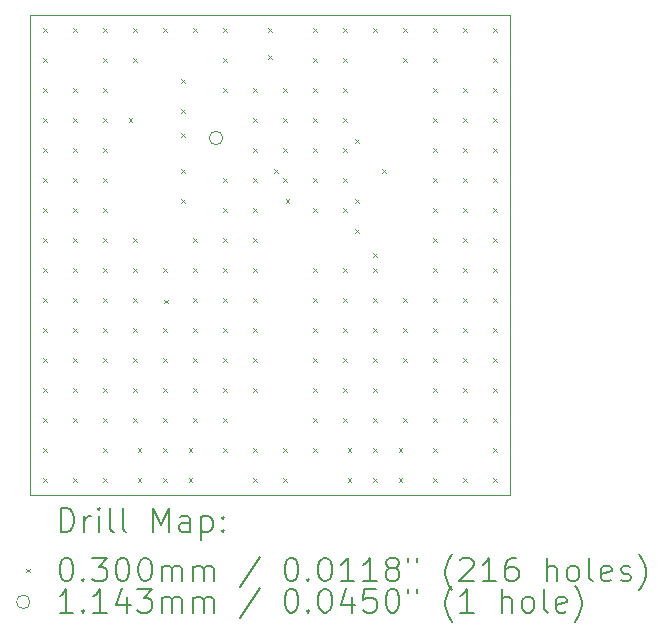
<source format=gbr>
%TF.GenerationSoftware,KiCad,Pcbnew,7.0.11-2.fc39*%
%TF.CreationDate,2024-03-24T03:41:57+08:00*%
%TF.ProjectId,ikoka-nano-meshtastic-device,696b6f6b-612d-46e6-916e-6f2d6d657368,1.1*%
%TF.SameCoordinates,Original*%
%TF.FileFunction,Drillmap*%
%TF.FilePolarity,Positive*%
%FSLAX45Y45*%
G04 Gerber Fmt 4.5, Leading zero omitted, Abs format (unit mm)*
G04 Created by KiCad (PCBNEW 7.0.11-2.fc39) date 2024-03-24 03:41:57*
%MOMM*%
%LPD*%
G01*
G04 APERTURE LIST*
%ADD10C,0.001000*%
%ADD11C,0.200000*%
%ADD12C,0.100000*%
%ADD13C,0.114300*%
G04 APERTURE END LIST*
D10*
X13208000Y-8128000D02*
X17272000Y-8128000D01*
X17272000Y-12192000D01*
X13208000Y-12192000D01*
X13208000Y-8128000D01*
D11*
D12*
X13320000Y-8240000D02*
X13350000Y-8270000D01*
X13350000Y-8240000D02*
X13320000Y-8270000D01*
X13320000Y-8494000D02*
X13350000Y-8524000D01*
X13350000Y-8494000D02*
X13320000Y-8524000D01*
X13320000Y-8748000D02*
X13350000Y-8778000D01*
X13350000Y-8748000D02*
X13320000Y-8778000D01*
X13320000Y-9002000D02*
X13350000Y-9032000D01*
X13350000Y-9002000D02*
X13320000Y-9032000D01*
X13320000Y-9256000D02*
X13350000Y-9286000D01*
X13350000Y-9256000D02*
X13320000Y-9286000D01*
X13320000Y-9510000D02*
X13350000Y-9540000D01*
X13350000Y-9510000D02*
X13320000Y-9540000D01*
X13320000Y-9764000D02*
X13350000Y-9794000D01*
X13350000Y-9764000D02*
X13320000Y-9794000D01*
X13320000Y-10018000D02*
X13350000Y-10048000D01*
X13350000Y-10018000D02*
X13320000Y-10048000D01*
X13320000Y-10272000D02*
X13350000Y-10302000D01*
X13350000Y-10272000D02*
X13320000Y-10302000D01*
X13320000Y-10526000D02*
X13350000Y-10556000D01*
X13350000Y-10526000D02*
X13320000Y-10556000D01*
X13320000Y-10780000D02*
X13350000Y-10810000D01*
X13350000Y-10780000D02*
X13320000Y-10810000D01*
X13320000Y-11034000D02*
X13350000Y-11064000D01*
X13350000Y-11034000D02*
X13320000Y-11064000D01*
X13320000Y-11288000D02*
X13350000Y-11318000D01*
X13350000Y-11288000D02*
X13320000Y-11318000D01*
X13320000Y-11542000D02*
X13350000Y-11572000D01*
X13350000Y-11542000D02*
X13320000Y-11572000D01*
X13320000Y-11796000D02*
X13350000Y-11826000D01*
X13350000Y-11796000D02*
X13320000Y-11826000D01*
X13320000Y-12050000D02*
X13350000Y-12080000D01*
X13350000Y-12050000D02*
X13320000Y-12080000D01*
X13574000Y-8240000D02*
X13604000Y-8270000D01*
X13604000Y-8240000D02*
X13574000Y-8270000D01*
X13574000Y-8748000D02*
X13604000Y-8778000D01*
X13604000Y-8748000D02*
X13574000Y-8778000D01*
X13574000Y-9002000D02*
X13604000Y-9032000D01*
X13604000Y-9002000D02*
X13574000Y-9032000D01*
X13574000Y-9256000D02*
X13604000Y-9286000D01*
X13604000Y-9256000D02*
X13574000Y-9286000D01*
X13574000Y-9510000D02*
X13604000Y-9540000D01*
X13604000Y-9510000D02*
X13574000Y-9540000D01*
X13574000Y-9764000D02*
X13604000Y-9794000D01*
X13604000Y-9764000D02*
X13574000Y-9794000D01*
X13574000Y-10018000D02*
X13604000Y-10048000D01*
X13604000Y-10018000D02*
X13574000Y-10048000D01*
X13574000Y-10272000D02*
X13604000Y-10302000D01*
X13604000Y-10272000D02*
X13574000Y-10302000D01*
X13574000Y-10526000D02*
X13604000Y-10556000D01*
X13604000Y-10526000D02*
X13574000Y-10556000D01*
X13574000Y-10780000D02*
X13604000Y-10810000D01*
X13604000Y-10780000D02*
X13574000Y-10810000D01*
X13574000Y-11034000D02*
X13604000Y-11064000D01*
X13604000Y-11034000D02*
X13574000Y-11064000D01*
X13574000Y-11288000D02*
X13604000Y-11318000D01*
X13604000Y-11288000D02*
X13574000Y-11318000D01*
X13574000Y-11542000D02*
X13604000Y-11572000D01*
X13604000Y-11542000D02*
X13574000Y-11572000D01*
X13574000Y-12050000D02*
X13604000Y-12080000D01*
X13604000Y-12050000D02*
X13574000Y-12080000D01*
X13828000Y-8240000D02*
X13858000Y-8270000D01*
X13858000Y-8240000D02*
X13828000Y-8270000D01*
X13828000Y-8494000D02*
X13858000Y-8524000D01*
X13858000Y-8494000D02*
X13828000Y-8524000D01*
X13828000Y-8748000D02*
X13858000Y-8778000D01*
X13858000Y-8748000D02*
X13828000Y-8778000D01*
X13828000Y-9002000D02*
X13858000Y-9032000D01*
X13858000Y-9002000D02*
X13828000Y-9032000D01*
X13828000Y-9256000D02*
X13858000Y-9286000D01*
X13858000Y-9256000D02*
X13828000Y-9286000D01*
X13828000Y-9510000D02*
X13858000Y-9540000D01*
X13858000Y-9510000D02*
X13828000Y-9540000D01*
X13828000Y-9764000D02*
X13858000Y-9794000D01*
X13858000Y-9764000D02*
X13828000Y-9794000D01*
X13828000Y-10018000D02*
X13858000Y-10048000D01*
X13858000Y-10018000D02*
X13828000Y-10048000D01*
X13828000Y-10272000D02*
X13858000Y-10302000D01*
X13858000Y-10272000D02*
X13828000Y-10302000D01*
X13828000Y-10526000D02*
X13858000Y-10556000D01*
X13858000Y-10526000D02*
X13828000Y-10556000D01*
X13828000Y-10780000D02*
X13858000Y-10810000D01*
X13858000Y-10780000D02*
X13828000Y-10810000D01*
X13828000Y-11034000D02*
X13858000Y-11064000D01*
X13858000Y-11034000D02*
X13828000Y-11064000D01*
X13828000Y-11288000D02*
X13858000Y-11318000D01*
X13858000Y-11288000D02*
X13828000Y-11318000D01*
X13828000Y-11542000D02*
X13858000Y-11572000D01*
X13858000Y-11542000D02*
X13828000Y-11572000D01*
X13828000Y-11796000D02*
X13858000Y-11826000D01*
X13858000Y-11796000D02*
X13828000Y-11826000D01*
X13828000Y-12050000D02*
X13858000Y-12080000D01*
X13858000Y-12050000D02*
X13828000Y-12080000D01*
X14043900Y-9002000D02*
X14073900Y-9032000D01*
X14073900Y-9002000D02*
X14043900Y-9032000D01*
X14082000Y-8240000D02*
X14112000Y-8270000D01*
X14112000Y-8240000D02*
X14082000Y-8270000D01*
X14082000Y-8494000D02*
X14112000Y-8524000D01*
X14112000Y-8494000D02*
X14082000Y-8524000D01*
X14082000Y-10018000D02*
X14112000Y-10048000D01*
X14112000Y-10018000D02*
X14082000Y-10048000D01*
X14082000Y-10272000D02*
X14112000Y-10302000D01*
X14112000Y-10272000D02*
X14082000Y-10302000D01*
X14082000Y-10526000D02*
X14112000Y-10556000D01*
X14112000Y-10526000D02*
X14082000Y-10556000D01*
X14082000Y-10780000D02*
X14112000Y-10810000D01*
X14112000Y-10780000D02*
X14082000Y-10810000D01*
X14082000Y-11034000D02*
X14112000Y-11064000D01*
X14112000Y-11034000D02*
X14082000Y-11064000D01*
X14082000Y-11288000D02*
X14112000Y-11318000D01*
X14112000Y-11288000D02*
X14082000Y-11318000D01*
X14082000Y-11542000D02*
X14112000Y-11572000D01*
X14112000Y-11542000D02*
X14082000Y-11572000D01*
X14121240Y-11796000D02*
X14151240Y-11826000D01*
X14151240Y-11796000D02*
X14121240Y-11826000D01*
X14121240Y-12050000D02*
X14151240Y-12080000D01*
X14151240Y-12050000D02*
X14121240Y-12080000D01*
X14336000Y-8240000D02*
X14366000Y-8270000D01*
X14366000Y-8240000D02*
X14336000Y-8270000D01*
X14336000Y-10272000D02*
X14366000Y-10302000D01*
X14366000Y-10272000D02*
X14336000Y-10302000D01*
X14336000Y-10780000D02*
X14366000Y-10810000D01*
X14366000Y-10780000D02*
X14336000Y-10810000D01*
X14336000Y-11034000D02*
X14366000Y-11064000D01*
X14366000Y-11034000D02*
X14336000Y-11064000D01*
X14336000Y-11288000D02*
X14366000Y-11318000D01*
X14366000Y-11288000D02*
X14336000Y-11318000D01*
X14336000Y-11542000D02*
X14366000Y-11572000D01*
X14366000Y-11542000D02*
X14336000Y-11572000D01*
X14336000Y-11796000D02*
X14366000Y-11826000D01*
X14366000Y-11796000D02*
X14336000Y-11826000D01*
X14336000Y-12050000D02*
X14366000Y-12080000D01*
X14366000Y-12050000D02*
X14336000Y-12080000D01*
X14347016Y-10537016D02*
X14377016Y-10567016D01*
X14377016Y-10537016D02*
X14347016Y-10567016D01*
X14488400Y-8671800D02*
X14518400Y-8701800D01*
X14518400Y-8671800D02*
X14488400Y-8701800D01*
X14488400Y-8925800D02*
X14518400Y-8955800D01*
X14518400Y-8925800D02*
X14488400Y-8955800D01*
X14488400Y-9129000D02*
X14518400Y-9159000D01*
X14518400Y-9129000D02*
X14488400Y-9159000D01*
X14488400Y-9433800D02*
X14518400Y-9463800D01*
X14518400Y-9433800D02*
X14488400Y-9463800D01*
X14488400Y-9687800D02*
X14518400Y-9717800D01*
X14518400Y-9687800D02*
X14488400Y-9717800D01*
X14550760Y-11796000D02*
X14580760Y-11826000D01*
X14580760Y-11796000D02*
X14550760Y-11826000D01*
X14550760Y-12050000D02*
X14580760Y-12080000D01*
X14580760Y-12050000D02*
X14550760Y-12080000D01*
X14590000Y-8240000D02*
X14620000Y-8270000D01*
X14620000Y-8240000D02*
X14590000Y-8270000D01*
X14590000Y-10018000D02*
X14620000Y-10048000D01*
X14620000Y-10018000D02*
X14590000Y-10048000D01*
X14590000Y-10272000D02*
X14620000Y-10302000D01*
X14620000Y-10272000D02*
X14590000Y-10302000D01*
X14590000Y-10526000D02*
X14620000Y-10556000D01*
X14620000Y-10526000D02*
X14590000Y-10556000D01*
X14590000Y-10780000D02*
X14620000Y-10810000D01*
X14620000Y-10780000D02*
X14590000Y-10810000D01*
X14590000Y-11034000D02*
X14620000Y-11064000D01*
X14620000Y-11034000D02*
X14590000Y-11064000D01*
X14590000Y-11288000D02*
X14620000Y-11318000D01*
X14620000Y-11288000D02*
X14590000Y-11318000D01*
X14590000Y-11542000D02*
X14620000Y-11572000D01*
X14620000Y-11542000D02*
X14590000Y-11572000D01*
X14844000Y-8240000D02*
X14874000Y-8270000D01*
X14874000Y-8240000D02*
X14844000Y-8270000D01*
X14844000Y-8494000D02*
X14874000Y-8524000D01*
X14874000Y-8494000D02*
X14844000Y-8524000D01*
X14844000Y-8748000D02*
X14874000Y-8778000D01*
X14874000Y-8748000D02*
X14844000Y-8778000D01*
X14844000Y-9510000D02*
X14874000Y-9540000D01*
X14874000Y-9510000D02*
X14844000Y-9540000D01*
X14844000Y-9764000D02*
X14874000Y-9794000D01*
X14874000Y-9764000D02*
X14844000Y-9794000D01*
X14844000Y-10018000D02*
X14874000Y-10048000D01*
X14874000Y-10018000D02*
X14844000Y-10048000D01*
X14844000Y-10272000D02*
X14874000Y-10302000D01*
X14874000Y-10272000D02*
X14844000Y-10302000D01*
X14844000Y-10526000D02*
X14874000Y-10556000D01*
X14874000Y-10526000D02*
X14844000Y-10556000D01*
X14844000Y-10780000D02*
X14874000Y-10810000D01*
X14874000Y-10780000D02*
X14844000Y-10810000D01*
X14844000Y-11034000D02*
X14874000Y-11064000D01*
X14874000Y-11034000D02*
X14844000Y-11064000D01*
X14844000Y-11288000D02*
X14874000Y-11318000D01*
X14874000Y-11288000D02*
X14844000Y-11318000D01*
X14844000Y-11542000D02*
X14874000Y-11572000D01*
X14874000Y-11542000D02*
X14844000Y-11572000D01*
X14844000Y-11796000D02*
X14874000Y-11826000D01*
X14874000Y-11796000D02*
X14844000Y-11826000D01*
X14844000Y-11796000D02*
X14874000Y-11826000D01*
X14874000Y-11796000D02*
X14844000Y-11826000D01*
X15098000Y-8748000D02*
X15128000Y-8778000D01*
X15128000Y-8748000D02*
X15098000Y-8778000D01*
X15098000Y-9002000D02*
X15128000Y-9032000D01*
X15128000Y-9002000D02*
X15098000Y-9032000D01*
X15098000Y-9256000D02*
X15128000Y-9286000D01*
X15128000Y-9256000D02*
X15098000Y-9286000D01*
X15098000Y-9510000D02*
X15128000Y-9540000D01*
X15128000Y-9510000D02*
X15098000Y-9540000D01*
X15098000Y-9764000D02*
X15128000Y-9794000D01*
X15128000Y-9764000D02*
X15098000Y-9794000D01*
X15098000Y-10018000D02*
X15128000Y-10048000D01*
X15128000Y-10018000D02*
X15098000Y-10048000D01*
X15098000Y-10272000D02*
X15128000Y-10302000D01*
X15128000Y-10272000D02*
X15098000Y-10302000D01*
X15098000Y-10526000D02*
X15128000Y-10556000D01*
X15128000Y-10526000D02*
X15098000Y-10556000D01*
X15098000Y-10780000D02*
X15128000Y-10810000D01*
X15128000Y-10780000D02*
X15098000Y-10810000D01*
X15098000Y-11034000D02*
X15128000Y-11064000D01*
X15128000Y-11034000D02*
X15098000Y-11064000D01*
X15098000Y-11288000D02*
X15128000Y-11318000D01*
X15128000Y-11288000D02*
X15098000Y-11318000D01*
X15098000Y-11796000D02*
X15128000Y-11826000D01*
X15128000Y-11796000D02*
X15098000Y-11826000D01*
X15098000Y-12050000D02*
X15128000Y-12080000D01*
X15128000Y-12050000D02*
X15098000Y-12080000D01*
X15225000Y-8240000D02*
X15255000Y-8270000D01*
X15255000Y-8240000D02*
X15225000Y-8270000D01*
X15225000Y-8468600D02*
X15255000Y-8498600D01*
X15255000Y-8468600D02*
X15225000Y-8498600D01*
X15275800Y-9433800D02*
X15305800Y-9463800D01*
X15305800Y-9433800D02*
X15275800Y-9463800D01*
X15352000Y-8748000D02*
X15382000Y-8778000D01*
X15382000Y-8748000D02*
X15352000Y-8778000D01*
X15352000Y-9002000D02*
X15382000Y-9032000D01*
X15382000Y-9002000D02*
X15352000Y-9032000D01*
X15352000Y-9256000D02*
X15382000Y-9286000D01*
X15382000Y-9256000D02*
X15352000Y-9286000D01*
X15352000Y-9510000D02*
X15382000Y-9540000D01*
X15382000Y-9510000D02*
X15352000Y-9540000D01*
X15352000Y-11796000D02*
X15382000Y-11826000D01*
X15382000Y-11796000D02*
X15352000Y-11826000D01*
X15352000Y-12050000D02*
X15382000Y-12080000D01*
X15382000Y-12050000D02*
X15352000Y-12080000D01*
X15375000Y-9687800D02*
X15405000Y-9717800D01*
X15405000Y-9687800D02*
X15375000Y-9717800D01*
X15606000Y-8240000D02*
X15636000Y-8270000D01*
X15636000Y-8240000D02*
X15606000Y-8270000D01*
X15606000Y-8494000D02*
X15636000Y-8524000D01*
X15636000Y-8494000D02*
X15606000Y-8524000D01*
X15606000Y-8748000D02*
X15636000Y-8778000D01*
X15636000Y-8748000D02*
X15606000Y-8778000D01*
X15606000Y-9002000D02*
X15636000Y-9032000D01*
X15636000Y-9002000D02*
X15606000Y-9032000D01*
X15606000Y-9256000D02*
X15636000Y-9286000D01*
X15636000Y-9256000D02*
X15606000Y-9286000D01*
X15606000Y-9510000D02*
X15636000Y-9540000D01*
X15636000Y-9510000D02*
X15606000Y-9540000D01*
X15606000Y-9764000D02*
X15636000Y-9794000D01*
X15636000Y-9764000D02*
X15606000Y-9794000D01*
X15606000Y-10272000D02*
X15636000Y-10302000D01*
X15636000Y-10272000D02*
X15606000Y-10302000D01*
X15606000Y-10526000D02*
X15636000Y-10556000D01*
X15636000Y-10526000D02*
X15606000Y-10556000D01*
X15606000Y-10780000D02*
X15636000Y-10810000D01*
X15636000Y-10780000D02*
X15606000Y-10810000D01*
X15606000Y-11034000D02*
X15636000Y-11064000D01*
X15636000Y-11034000D02*
X15606000Y-11064000D01*
X15606000Y-11288000D02*
X15636000Y-11318000D01*
X15636000Y-11288000D02*
X15606000Y-11318000D01*
X15606000Y-11542000D02*
X15636000Y-11572000D01*
X15636000Y-11542000D02*
X15606000Y-11572000D01*
X15606000Y-11796000D02*
X15636000Y-11826000D01*
X15636000Y-11796000D02*
X15606000Y-11826000D01*
X15860000Y-8240000D02*
X15890000Y-8270000D01*
X15890000Y-8240000D02*
X15860000Y-8270000D01*
X15860000Y-8494000D02*
X15890000Y-8524000D01*
X15890000Y-8494000D02*
X15860000Y-8524000D01*
X15860000Y-8748000D02*
X15890000Y-8778000D01*
X15890000Y-8748000D02*
X15860000Y-8778000D01*
X15860000Y-9002000D02*
X15890000Y-9032000D01*
X15890000Y-9002000D02*
X15860000Y-9032000D01*
X15860000Y-9256000D02*
X15890000Y-9286000D01*
X15890000Y-9256000D02*
X15860000Y-9286000D01*
X15860000Y-9510000D02*
X15890000Y-9540000D01*
X15890000Y-9510000D02*
X15860000Y-9540000D01*
X15860000Y-9764000D02*
X15890000Y-9794000D01*
X15890000Y-9764000D02*
X15860000Y-9794000D01*
X15860000Y-10272000D02*
X15890000Y-10302000D01*
X15890000Y-10272000D02*
X15860000Y-10302000D01*
X15860000Y-10526000D02*
X15890000Y-10556000D01*
X15890000Y-10526000D02*
X15860000Y-10556000D01*
X15860000Y-10780000D02*
X15890000Y-10810000D01*
X15890000Y-10780000D02*
X15860000Y-10810000D01*
X15860000Y-11034000D02*
X15890000Y-11064000D01*
X15890000Y-11034000D02*
X15860000Y-11064000D01*
X15860000Y-11288000D02*
X15890000Y-11318000D01*
X15890000Y-11288000D02*
X15860000Y-11318000D01*
X15860000Y-11542000D02*
X15890000Y-11572000D01*
X15890000Y-11542000D02*
X15860000Y-11572000D01*
X15899240Y-11796000D02*
X15929240Y-11826000D01*
X15929240Y-11796000D02*
X15899240Y-11826000D01*
X15899240Y-12050000D02*
X15929240Y-12080000D01*
X15929240Y-12050000D02*
X15899240Y-12080000D01*
X15961600Y-9179800D02*
X15991600Y-9209800D01*
X15991600Y-9179800D02*
X15961600Y-9209800D01*
X15961600Y-9687800D02*
X15991600Y-9717800D01*
X15991600Y-9687800D02*
X15961600Y-9717800D01*
X15961600Y-9941800D02*
X15991600Y-9971800D01*
X15991600Y-9941800D02*
X15961600Y-9971800D01*
X16114000Y-8240000D02*
X16144000Y-8270000D01*
X16144000Y-8240000D02*
X16114000Y-8270000D01*
X16114000Y-10145000D02*
X16144000Y-10175000D01*
X16144000Y-10145000D02*
X16114000Y-10175000D01*
X16114000Y-10272000D02*
X16144000Y-10302000D01*
X16144000Y-10272000D02*
X16114000Y-10302000D01*
X16114000Y-10526000D02*
X16144000Y-10556000D01*
X16144000Y-10526000D02*
X16114000Y-10556000D01*
X16114000Y-10780000D02*
X16144000Y-10810000D01*
X16144000Y-10780000D02*
X16114000Y-10810000D01*
X16114000Y-11034000D02*
X16144000Y-11064000D01*
X16144000Y-11034000D02*
X16114000Y-11064000D01*
X16114000Y-11288000D02*
X16144000Y-11318000D01*
X16144000Y-11288000D02*
X16114000Y-11318000D01*
X16114000Y-11542000D02*
X16144000Y-11572000D01*
X16144000Y-11542000D02*
X16114000Y-11572000D01*
X16114000Y-11796000D02*
X16144000Y-11826000D01*
X16144000Y-11796000D02*
X16114000Y-11826000D01*
X16114000Y-12050000D02*
X16144000Y-12080000D01*
X16144000Y-12050000D02*
X16114000Y-12080000D01*
X16190200Y-9433800D02*
X16220200Y-9463800D01*
X16220200Y-9433800D02*
X16190200Y-9463800D01*
X16328760Y-11796000D02*
X16358760Y-11826000D01*
X16358760Y-11796000D02*
X16328760Y-11826000D01*
X16328760Y-12050000D02*
X16358760Y-12080000D01*
X16358760Y-12050000D02*
X16328760Y-12080000D01*
X16368000Y-8240000D02*
X16398000Y-8270000D01*
X16398000Y-8240000D02*
X16368000Y-8270000D01*
X16368000Y-8494000D02*
X16398000Y-8524000D01*
X16398000Y-8494000D02*
X16368000Y-8524000D01*
X16368000Y-10526000D02*
X16398000Y-10556000D01*
X16398000Y-10526000D02*
X16368000Y-10556000D01*
X16368000Y-10780000D02*
X16398000Y-10810000D01*
X16398000Y-10780000D02*
X16368000Y-10810000D01*
X16368000Y-11034000D02*
X16398000Y-11064000D01*
X16398000Y-11034000D02*
X16368000Y-11064000D01*
X16368000Y-11542000D02*
X16398000Y-11572000D01*
X16398000Y-11542000D02*
X16368000Y-11572000D01*
X16622000Y-8240000D02*
X16652000Y-8270000D01*
X16652000Y-8240000D02*
X16622000Y-8270000D01*
X16622000Y-8494000D02*
X16652000Y-8524000D01*
X16652000Y-8494000D02*
X16622000Y-8524000D01*
X16622000Y-8748000D02*
X16652000Y-8778000D01*
X16652000Y-8748000D02*
X16622000Y-8778000D01*
X16622000Y-9002000D02*
X16652000Y-9032000D01*
X16652000Y-9002000D02*
X16622000Y-9032000D01*
X16622000Y-9256000D02*
X16652000Y-9286000D01*
X16652000Y-9256000D02*
X16622000Y-9286000D01*
X16622000Y-9510000D02*
X16652000Y-9540000D01*
X16652000Y-9510000D02*
X16622000Y-9540000D01*
X16622000Y-9764000D02*
X16652000Y-9794000D01*
X16652000Y-9764000D02*
X16622000Y-9794000D01*
X16622000Y-10018000D02*
X16652000Y-10048000D01*
X16652000Y-10018000D02*
X16622000Y-10048000D01*
X16622000Y-10272000D02*
X16652000Y-10302000D01*
X16652000Y-10272000D02*
X16622000Y-10302000D01*
X16622000Y-10526000D02*
X16652000Y-10556000D01*
X16652000Y-10526000D02*
X16622000Y-10556000D01*
X16622000Y-10780000D02*
X16652000Y-10810000D01*
X16652000Y-10780000D02*
X16622000Y-10810000D01*
X16622000Y-11034000D02*
X16652000Y-11064000D01*
X16652000Y-11034000D02*
X16622000Y-11064000D01*
X16622000Y-11288000D02*
X16652000Y-11318000D01*
X16652000Y-11288000D02*
X16622000Y-11318000D01*
X16622000Y-11542000D02*
X16652000Y-11572000D01*
X16652000Y-11542000D02*
X16622000Y-11572000D01*
X16622000Y-11796000D02*
X16652000Y-11826000D01*
X16652000Y-11796000D02*
X16622000Y-11826000D01*
X16622000Y-12050000D02*
X16652000Y-12080000D01*
X16652000Y-12050000D02*
X16622000Y-12080000D01*
X16876000Y-8240000D02*
X16906000Y-8270000D01*
X16906000Y-8240000D02*
X16876000Y-8270000D01*
X16876000Y-8748000D02*
X16906000Y-8778000D01*
X16906000Y-8748000D02*
X16876000Y-8778000D01*
X16876000Y-9002000D02*
X16906000Y-9032000D01*
X16906000Y-9002000D02*
X16876000Y-9032000D01*
X16876000Y-9256000D02*
X16906000Y-9286000D01*
X16906000Y-9256000D02*
X16876000Y-9286000D01*
X16876000Y-9510000D02*
X16906000Y-9540000D01*
X16906000Y-9510000D02*
X16876000Y-9540000D01*
X16876000Y-9764000D02*
X16906000Y-9794000D01*
X16906000Y-9764000D02*
X16876000Y-9794000D01*
X16876000Y-10018000D02*
X16906000Y-10048000D01*
X16906000Y-10018000D02*
X16876000Y-10048000D01*
X16876000Y-10272000D02*
X16906000Y-10302000D01*
X16906000Y-10272000D02*
X16876000Y-10302000D01*
X16876000Y-10526000D02*
X16906000Y-10556000D01*
X16906000Y-10526000D02*
X16876000Y-10556000D01*
X16876000Y-10780000D02*
X16906000Y-10810000D01*
X16906000Y-10780000D02*
X16876000Y-10810000D01*
X16876000Y-11034000D02*
X16906000Y-11064000D01*
X16906000Y-11034000D02*
X16876000Y-11064000D01*
X16876000Y-11288000D02*
X16906000Y-11318000D01*
X16906000Y-11288000D02*
X16876000Y-11318000D01*
X16876000Y-11542000D02*
X16906000Y-11572000D01*
X16906000Y-11542000D02*
X16876000Y-11572000D01*
X16876000Y-12050000D02*
X16906000Y-12080000D01*
X16906000Y-12050000D02*
X16876000Y-12080000D01*
X17130000Y-8240000D02*
X17160000Y-8270000D01*
X17160000Y-8240000D02*
X17130000Y-8270000D01*
X17130000Y-8494000D02*
X17160000Y-8524000D01*
X17160000Y-8494000D02*
X17130000Y-8524000D01*
X17130000Y-8748000D02*
X17160000Y-8778000D01*
X17160000Y-8748000D02*
X17130000Y-8778000D01*
X17130000Y-9002000D02*
X17160000Y-9032000D01*
X17160000Y-9002000D02*
X17130000Y-9032000D01*
X17130000Y-9256000D02*
X17160000Y-9286000D01*
X17160000Y-9256000D02*
X17130000Y-9286000D01*
X17130000Y-9510000D02*
X17160000Y-9540000D01*
X17160000Y-9510000D02*
X17130000Y-9540000D01*
X17130000Y-9764000D02*
X17160000Y-9794000D01*
X17160000Y-9764000D02*
X17130000Y-9794000D01*
X17130000Y-10018000D02*
X17160000Y-10048000D01*
X17160000Y-10018000D02*
X17130000Y-10048000D01*
X17130000Y-10272000D02*
X17160000Y-10302000D01*
X17160000Y-10272000D02*
X17130000Y-10302000D01*
X17130000Y-10526000D02*
X17160000Y-10556000D01*
X17160000Y-10526000D02*
X17130000Y-10556000D01*
X17130000Y-10780000D02*
X17160000Y-10810000D01*
X17160000Y-10780000D02*
X17130000Y-10810000D01*
X17130000Y-11034000D02*
X17160000Y-11064000D01*
X17160000Y-11034000D02*
X17130000Y-11064000D01*
X17130000Y-11288000D02*
X17160000Y-11318000D01*
X17160000Y-11288000D02*
X17130000Y-11318000D01*
X17130000Y-11542000D02*
X17160000Y-11572000D01*
X17160000Y-11542000D02*
X17130000Y-11572000D01*
X17130000Y-11796000D02*
X17160000Y-11826000D01*
X17160000Y-11796000D02*
X17130000Y-11826000D01*
X17130000Y-12050000D02*
X17160000Y-12080000D01*
X17160000Y-12050000D02*
X17130000Y-12080000D01*
D13*
X14839950Y-9169400D02*
G75*
G03*
X14725650Y-9169400I-57150J0D01*
G01*
X14725650Y-9169400D02*
G75*
G03*
X14839950Y-9169400I57150J0D01*
G01*
D11*
X13468727Y-12503534D02*
X13468727Y-12303534D01*
X13468727Y-12303534D02*
X13516346Y-12303534D01*
X13516346Y-12303534D02*
X13544917Y-12313058D01*
X13544917Y-12313058D02*
X13563965Y-12332105D01*
X13563965Y-12332105D02*
X13573489Y-12351153D01*
X13573489Y-12351153D02*
X13583012Y-12389248D01*
X13583012Y-12389248D02*
X13583012Y-12417819D01*
X13583012Y-12417819D02*
X13573489Y-12455915D01*
X13573489Y-12455915D02*
X13563965Y-12474962D01*
X13563965Y-12474962D02*
X13544917Y-12494010D01*
X13544917Y-12494010D02*
X13516346Y-12503534D01*
X13516346Y-12503534D02*
X13468727Y-12503534D01*
X13668727Y-12503534D02*
X13668727Y-12370200D01*
X13668727Y-12408296D02*
X13678251Y-12389248D01*
X13678251Y-12389248D02*
X13687774Y-12379724D01*
X13687774Y-12379724D02*
X13706822Y-12370200D01*
X13706822Y-12370200D02*
X13725870Y-12370200D01*
X13792536Y-12503534D02*
X13792536Y-12370200D01*
X13792536Y-12303534D02*
X13783012Y-12313058D01*
X13783012Y-12313058D02*
X13792536Y-12322581D01*
X13792536Y-12322581D02*
X13802060Y-12313058D01*
X13802060Y-12313058D02*
X13792536Y-12303534D01*
X13792536Y-12303534D02*
X13792536Y-12322581D01*
X13916346Y-12503534D02*
X13897298Y-12494010D01*
X13897298Y-12494010D02*
X13887774Y-12474962D01*
X13887774Y-12474962D02*
X13887774Y-12303534D01*
X14021108Y-12503534D02*
X14002060Y-12494010D01*
X14002060Y-12494010D02*
X13992536Y-12474962D01*
X13992536Y-12474962D02*
X13992536Y-12303534D01*
X14249679Y-12503534D02*
X14249679Y-12303534D01*
X14249679Y-12303534D02*
X14316346Y-12446391D01*
X14316346Y-12446391D02*
X14383012Y-12303534D01*
X14383012Y-12303534D02*
X14383012Y-12503534D01*
X14563965Y-12503534D02*
X14563965Y-12398772D01*
X14563965Y-12398772D02*
X14554441Y-12379724D01*
X14554441Y-12379724D02*
X14535393Y-12370200D01*
X14535393Y-12370200D02*
X14497298Y-12370200D01*
X14497298Y-12370200D02*
X14478251Y-12379724D01*
X14563965Y-12494010D02*
X14544917Y-12503534D01*
X14544917Y-12503534D02*
X14497298Y-12503534D01*
X14497298Y-12503534D02*
X14478251Y-12494010D01*
X14478251Y-12494010D02*
X14468727Y-12474962D01*
X14468727Y-12474962D02*
X14468727Y-12455915D01*
X14468727Y-12455915D02*
X14478251Y-12436867D01*
X14478251Y-12436867D02*
X14497298Y-12427343D01*
X14497298Y-12427343D02*
X14544917Y-12427343D01*
X14544917Y-12427343D02*
X14563965Y-12417819D01*
X14659203Y-12370200D02*
X14659203Y-12570200D01*
X14659203Y-12379724D02*
X14678251Y-12370200D01*
X14678251Y-12370200D02*
X14716346Y-12370200D01*
X14716346Y-12370200D02*
X14735393Y-12379724D01*
X14735393Y-12379724D02*
X14744917Y-12389248D01*
X14744917Y-12389248D02*
X14754441Y-12408296D01*
X14754441Y-12408296D02*
X14754441Y-12465438D01*
X14754441Y-12465438D02*
X14744917Y-12484486D01*
X14744917Y-12484486D02*
X14735393Y-12494010D01*
X14735393Y-12494010D02*
X14716346Y-12503534D01*
X14716346Y-12503534D02*
X14678251Y-12503534D01*
X14678251Y-12503534D02*
X14659203Y-12494010D01*
X14840155Y-12484486D02*
X14849679Y-12494010D01*
X14849679Y-12494010D02*
X14840155Y-12503534D01*
X14840155Y-12503534D02*
X14830632Y-12494010D01*
X14830632Y-12494010D02*
X14840155Y-12484486D01*
X14840155Y-12484486D02*
X14840155Y-12503534D01*
X14840155Y-12379724D02*
X14849679Y-12389248D01*
X14849679Y-12389248D02*
X14840155Y-12398772D01*
X14840155Y-12398772D02*
X14830632Y-12389248D01*
X14830632Y-12389248D02*
X14840155Y-12379724D01*
X14840155Y-12379724D02*
X14840155Y-12398772D01*
D12*
X13177950Y-12817050D02*
X13207950Y-12847050D01*
X13207950Y-12817050D02*
X13177950Y-12847050D01*
D11*
X13506822Y-12723534D02*
X13525870Y-12723534D01*
X13525870Y-12723534D02*
X13544917Y-12733058D01*
X13544917Y-12733058D02*
X13554441Y-12742581D01*
X13554441Y-12742581D02*
X13563965Y-12761629D01*
X13563965Y-12761629D02*
X13573489Y-12799724D01*
X13573489Y-12799724D02*
X13573489Y-12847343D01*
X13573489Y-12847343D02*
X13563965Y-12885438D01*
X13563965Y-12885438D02*
X13554441Y-12904486D01*
X13554441Y-12904486D02*
X13544917Y-12914010D01*
X13544917Y-12914010D02*
X13525870Y-12923534D01*
X13525870Y-12923534D02*
X13506822Y-12923534D01*
X13506822Y-12923534D02*
X13487774Y-12914010D01*
X13487774Y-12914010D02*
X13478251Y-12904486D01*
X13478251Y-12904486D02*
X13468727Y-12885438D01*
X13468727Y-12885438D02*
X13459203Y-12847343D01*
X13459203Y-12847343D02*
X13459203Y-12799724D01*
X13459203Y-12799724D02*
X13468727Y-12761629D01*
X13468727Y-12761629D02*
X13478251Y-12742581D01*
X13478251Y-12742581D02*
X13487774Y-12733058D01*
X13487774Y-12733058D02*
X13506822Y-12723534D01*
X13659203Y-12904486D02*
X13668727Y-12914010D01*
X13668727Y-12914010D02*
X13659203Y-12923534D01*
X13659203Y-12923534D02*
X13649679Y-12914010D01*
X13649679Y-12914010D02*
X13659203Y-12904486D01*
X13659203Y-12904486D02*
X13659203Y-12923534D01*
X13735393Y-12723534D02*
X13859203Y-12723534D01*
X13859203Y-12723534D02*
X13792536Y-12799724D01*
X13792536Y-12799724D02*
X13821108Y-12799724D01*
X13821108Y-12799724D02*
X13840155Y-12809248D01*
X13840155Y-12809248D02*
X13849679Y-12818772D01*
X13849679Y-12818772D02*
X13859203Y-12837819D01*
X13859203Y-12837819D02*
X13859203Y-12885438D01*
X13859203Y-12885438D02*
X13849679Y-12904486D01*
X13849679Y-12904486D02*
X13840155Y-12914010D01*
X13840155Y-12914010D02*
X13821108Y-12923534D01*
X13821108Y-12923534D02*
X13763965Y-12923534D01*
X13763965Y-12923534D02*
X13744917Y-12914010D01*
X13744917Y-12914010D02*
X13735393Y-12904486D01*
X13983012Y-12723534D02*
X14002060Y-12723534D01*
X14002060Y-12723534D02*
X14021108Y-12733058D01*
X14021108Y-12733058D02*
X14030632Y-12742581D01*
X14030632Y-12742581D02*
X14040155Y-12761629D01*
X14040155Y-12761629D02*
X14049679Y-12799724D01*
X14049679Y-12799724D02*
X14049679Y-12847343D01*
X14049679Y-12847343D02*
X14040155Y-12885438D01*
X14040155Y-12885438D02*
X14030632Y-12904486D01*
X14030632Y-12904486D02*
X14021108Y-12914010D01*
X14021108Y-12914010D02*
X14002060Y-12923534D01*
X14002060Y-12923534D02*
X13983012Y-12923534D01*
X13983012Y-12923534D02*
X13963965Y-12914010D01*
X13963965Y-12914010D02*
X13954441Y-12904486D01*
X13954441Y-12904486D02*
X13944917Y-12885438D01*
X13944917Y-12885438D02*
X13935393Y-12847343D01*
X13935393Y-12847343D02*
X13935393Y-12799724D01*
X13935393Y-12799724D02*
X13944917Y-12761629D01*
X13944917Y-12761629D02*
X13954441Y-12742581D01*
X13954441Y-12742581D02*
X13963965Y-12733058D01*
X13963965Y-12733058D02*
X13983012Y-12723534D01*
X14173489Y-12723534D02*
X14192536Y-12723534D01*
X14192536Y-12723534D02*
X14211584Y-12733058D01*
X14211584Y-12733058D02*
X14221108Y-12742581D01*
X14221108Y-12742581D02*
X14230632Y-12761629D01*
X14230632Y-12761629D02*
X14240155Y-12799724D01*
X14240155Y-12799724D02*
X14240155Y-12847343D01*
X14240155Y-12847343D02*
X14230632Y-12885438D01*
X14230632Y-12885438D02*
X14221108Y-12904486D01*
X14221108Y-12904486D02*
X14211584Y-12914010D01*
X14211584Y-12914010D02*
X14192536Y-12923534D01*
X14192536Y-12923534D02*
X14173489Y-12923534D01*
X14173489Y-12923534D02*
X14154441Y-12914010D01*
X14154441Y-12914010D02*
X14144917Y-12904486D01*
X14144917Y-12904486D02*
X14135393Y-12885438D01*
X14135393Y-12885438D02*
X14125870Y-12847343D01*
X14125870Y-12847343D02*
X14125870Y-12799724D01*
X14125870Y-12799724D02*
X14135393Y-12761629D01*
X14135393Y-12761629D02*
X14144917Y-12742581D01*
X14144917Y-12742581D02*
X14154441Y-12733058D01*
X14154441Y-12733058D02*
X14173489Y-12723534D01*
X14325870Y-12923534D02*
X14325870Y-12790200D01*
X14325870Y-12809248D02*
X14335393Y-12799724D01*
X14335393Y-12799724D02*
X14354441Y-12790200D01*
X14354441Y-12790200D02*
X14383013Y-12790200D01*
X14383013Y-12790200D02*
X14402060Y-12799724D01*
X14402060Y-12799724D02*
X14411584Y-12818772D01*
X14411584Y-12818772D02*
X14411584Y-12923534D01*
X14411584Y-12818772D02*
X14421108Y-12799724D01*
X14421108Y-12799724D02*
X14440155Y-12790200D01*
X14440155Y-12790200D02*
X14468727Y-12790200D01*
X14468727Y-12790200D02*
X14487774Y-12799724D01*
X14487774Y-12799724D02*
X14497298Y-12818772D01*
X14497298Y-12818772D02*
X14497298Y-12923534D01*
X14592536Y-12923534D02*
X14592536Y-12790200D01*
X14592536Y-12809248D02*
X14602060Y-12799724D01*
X14602060Y-12799724D02*
X14621108Y-12790200D01*
X14621108Y-12790200D02*
X14649679Y-12790200D01*
X14649679Y-12790200D02*
X14668727Y-12799724D01*
X14668727Y-12799724D02*
X14678251Y-12818772D01*
X14678251Y-12818772D02*
X14678251Y-12923534D01*
X14678251Y-12818772D02*
X14687774Y-12799724D01*
X14687774Y-12799724D02*
X14706822Y-12790200D01*
X14706822Y-12790200D02*
X14735393Y-12790200D01*
X14735393Y-12790200D02*
X14754441Y-12799724D01*
X14754441Y-12799724D02*
X14763965Y-12818772D01*
X14763965Y-12818772D02*
X14763965Y-12923534D01*
X15154441Y-12714010D02*
X14983013Y-12971153D01*
X15411584Y-12723534D02*
X15430632Y-12723534D01*
X15430632Y-12723534D02*
X15449679Y-12733058D01*
X15449679Y-12733058D02*
X15459203Y-12742581D01*
X15459203Y-12742581D02*
X15468727Y-12761629D01*
X15468727Y-12761629D02*
X15478251Y-12799724D01*
X15478251Y-12799724D02*
X15478251Y-12847343D01*
X15478251Y-12847343D02*
X15468727Y-12885438D01*
X15468727Y-12885438D02*
X15459203Y-12904486D01*
X15459203Y-12904486D02*
X15449679Y-12914010D01*
X15449679Y-12914010D02*
X15430632Y-12923534D01*
X15430632Y-12923534D02*
X15411584Y-12923534D01*
X15411584Y-12923534D02*
X15392536Y-12914010D01*
X15392536Y-12914010D02*
X15383013Y-12904486D01*
X15383013Y-12904486D02*
X15373489Y-12885438D01*
X15373489Y-12885438D02*
X15363965Y-12847343D01*
X15363965Y-12847343D02*
X15363965Y-12799724D01*
X15363965Y-12799724D02*
X15373489Y-12761629D01*
X15373489Y-12761629D02*
X15383013Y-12742581D01*
X15383013Y-12742581D02*
X15392536Y-12733058D01*
X15392536Y-12733058D02*
X15411584Y-12723534D01*
X15563965Y-12904486D02*
X15573489Y-12914010D01*
X15573489Y-12914010D02*
X15563965Y-12923534D01*
X15563965Y-12923534D02*
X15554441Y-12914010D01*
X15554441Y-12914010D02*
X15563965Y-12904486D01*
X15563965Y-12904486D02*
X15563965Y-12923534D01*
X15697298Y-12723534D02*
X15716346Y-12723534D01*
X15716346Y-12723534D02*
X15735394Y-12733058D01*
X15735394Y-12733058D02*
X15744917Y-12742581D01*
X15744917Y-12742581D02*
X15754441Y-12761629D01*
X15754441Y-12761629D02*
X15763965Y-12799724D01*
X15763965Y-12799724D02*
X15763965Y-12847343D01*
X15763965Y-12847343D02*
X15754441Y-12885438D01*
X15754441Y-12885438D02*
X15744917Y-12904486D01*
X15744917Y-12904486D02*
X15735394Y-12914010D01*
X15735394Y-12914010D02*
X15716346Y-12923534D01*
X15716346Y-12923534D02*
X15697298Y-12923534D01*
X15697298Y-12923534D02*
X15678251Y-12914010D01*
X15678251Y-12914010D02*
X15668727Y-12904486D01*
X15668727Y-12904486D02*
X15659203Y-12885438D01*
X15659203Y-12885438D02*
X15649679Y-12847343D01*
X15649679Y-12847343D02*
X15649679Y-12799724D01*
X15649679Y-12799724D02*
X15659203Y-12761629D01*
X15659203Y-12761629D02*
X15668727Y-12742581D01*
X15668727Y-12742581D02*
X15678251Y-12733058D01*
X15678251Y-12733058D02*
X15697298Y-12723534D01*
X15954441Y-12923534D02*
X15840156Y-12923534D01*
X15897298Y-12923534D02*
X15897298Y-12723534D01*
X15897298Y-12723534D02*
X15878251Y-12752105D01*
X15878251Y-12752105D02*
X15859203Y-12771153D01*
X15859203Y-12771153D02*
X15840156Y-12780677D01*
X16144917Y-12923534D02*
X16030632Y-12923534D01*
X16087775Y-12923534D02*
X16087775Y-12723534D01*
X16087775Y-12723534D02*
X16068727Y-12752105D01*
X16068727Y-12752105D02*
X16049679Y-12771153D01*
X16049679Y-12771153D02*
X16030632Y-12780677D01*
X16259203Y-12809248D02*
X16240156Y-12799724D01*
X16240156Y-12799724D02*
X16230632Y-12790200D01*
X16230632Y-12790200D02*
X16221108Y-12771153D01*
X16221108Y-12771153D02*
X16221108Y-12761629D01*
X16221108Y-12761629D02*
X16230632Y-12742581D01*
X16230632Y-12742581D02*
X16240156Y-12733058D01*
X16240156Y-12733058D02*
X16259203Y-12723534D01*
X16259203Y-12723534D02*
X16297298Y-12723534D01*
X16297298Y-12723534D02*
X16316346Y-12733058D01*
X16316346Y-12733058D02*
X16325870Y-12742581D01*
X16325870Y-12742581D02*
X16335394Y-12761629D01*
X16335394Y-12761629D02*
X16335394Y-12771153D01*
X16335394Y-12771153D02*
X16325870Y-12790200D01*
X16325870Y-12790200D02*
X16316346Y-12799724D01*
X16316346Y-12799724D02*
X16297298Y-12809248D01*
X16297298Y-12809248D02*
X16259203Y-12809248D01*
X16259203Y-12809248D02*
X16240156Y-12818772D01*
X16240156Y-12818772D02*
X16230632Y-12828296D01*
X16230632Y-12828296D02*
X16221108Y-12847343D01*
X16221108Y-12847343D02*
X16221108Y-12885438D01*
X16221108Y-12885438D02*
X16230632Y-12904486D01*
X16230632Y-12904486D02*
X16240156Y-12914010D01*
X16240156Y-12914010D02*
X16259203Y-12923534D01*
X16259203Y-12923534D02*
X16297298Y-12923534D01*
X16297298Y-12923534D02*
X16316346Y-12914010D01*
X16316346Y-12914010D02*
X16325870Y-12904486D01*
X16325870Y-12904486D02*
X16335394Y-12885438D01*
X16335394Y-12885438D02*
X16335394Y-12847343D01*
X16335394Y-12847343D02*
X16325870Y-12828296D01*
X16325870Y-12828296D02*
X16316346Y-12818772D01*
X16316346Y-12818772D02*
X16297298Y-12809248D01*
X16411584Y-12723534D02*
X16411584Y-12761629D01*
X16487775Y-12723534D02*
X16487775Y-12761629D01*
X16783013Y-12999724D02*
X16773489Y-12990200D01*
X16773489Y-12990200D02*
X16754441Y-12961629D01*
X16754441Y-12961629D02*
X16744918Y-12942581D01*
X16744918Y-12942581D02*
X16735394Y-12914010D01*
X16735394Y-12914010D02*
X16725870Y-12866391D01*
X16725870Y-12866391D02*
X16725870Y-12828296D01*
X16725870Y-12828296D02*
X16735394Y-12780677D01*
X16735394Y-12780677D02*
X16744918Y-12752105D01*
X16744918Y-12752105D02*
X16754441Y-12733058D01*
X16754441Y-12733058D02*
X16773489Y-12704486D01*
X16773489Y-12704486D02*
X16783013Y-12694962D01*
X16849680Y-12742581D02*
X16859203Y-12733058D01*
X16859203Y-12733058D02*
X16878251Y-12723534D01*
X16878251Y-12723534D02*
X16925870Y-12723534D01*
X16925870Y-12723534D02*
X16944918Y-12733058D01*
X16944918Y-12733058D02*
X16954441Y-12742581D01*
X16954441Y-12742581D02*
X16963965Y-12761629D01*
X16963965Y-12761629D02*
X16963965Y-12780677D01*
X16963965Y-12780677D02*
X16954441Y-12809248D01*
X16954441Y-12809248D02*
X16840156Y-12923534D01*
X16840156Y-12923534D02*
X16963965Y-12923534D01*
X17154441Y-12923534D02*
X17040156Y-12923534D01*
X17097299Y-12923534D02*
X17097299Y-12723534D01*
X17097299Y-12723534D02*
X17078251Y-12752105D01*
X17078251Y-12752105D02*
X17059203Y-12771153D01*
X17059203Y-12771153D02*
X17040156Y-12780677D01*
X17325870Y-12723534D02*
X17287775Y-12723534D01*
X17287775Y-12723534D02*
X17268727Y-12733058D01*
X17268727Y-12733058D02*
X17259203Y-12742581D01*
X17259203Y-12742581D02*
X17240156Y-12771153D01*
X17240156Y-12771153D02*
X17230632Y-12809248D01*
X17230632Y-12809248D02*
X17230632Y-12885438D01*
X17230632Y-12885438D02*
X17240156Y-12904486D01*
X17240156Y-12904486D02*
X17249680Y-12914010D01*
X17249680Y-12914010D02*
X17268727Y-12923534D01*
X17268727Y-12923534D02*
X17306822Y-12923534D01*
X17306822Y-12923534D02*
X17325870Y-12914010D01*
X17325870Y-12914010D02*
X17335394Y-12904486D01*
X17335394Y-12904486D02*
X17344918Y-12885438D01*
X17344918Y-12885438D02*
X17344918Y-12837819D01*
X17344918Y-12837819D02*
X17335394Y-12818772D01*
X17335394Y-12818772D02*
X17325870Y-12809248D01*
X17325870Y-12809248D02*
X17306822Y-12799724D01*
X17306822Y-12799724D02*
X17268727Y-12799724D01*
X17268727Y-12799724D02*
X17249680Y-12809248D01*
X17249680Y-12809248D02*
X17240156Y-12818772D01*
X17240156Y-12818772D02*
X17230632Y-12837819D01*
X17583013Y-12923534D02*
X17583013Y-12723534D01*
X17668727Y-12923534D02*
X17668727Y-12818772D01*
X17668727Y-12818772D02*
X17659203Y-12799724D01*
X17659203Y-12799724D02*
X17640156Y-12790200D01*
X17640156Y-12790200D02*
X17611584Y-12790200D01*
X17611584Y-12790200D02*
X17592537Y-12799724D01*
X17592537Y-12799724D02*
X17583013Y-12809248D01*
X17792537Y-12923534D02*
X17773489Y-12914010D01*
X17773489Y-12914010D02*
X17763965Y-12904486D01*
X17763965Y-12904486D02*
X17754442Y-12885438D01*
X17754442Y-12885438D02*
X17754442Y-12828296D01*
X17754442Y-12828296D02*
X17763965Y-12809248D01*
X17763965Y-12809248D02*
X17773489Y-12799724D01*
X17773489Y-12799724D02*
X17792537Y-12790200D01*
X17792537Y-12790200D02*
X17821108Y-12790200D01*
X17821108Y-12790200D02*
X17840156Y-12799724D01*
X17840156Y-12799724D02*
X17849680Y-12809248D01*
X17849680Y-12809248D02*
X17859203Y-12828296D01*
X17859203Y-12828296D02*
X17859203Y-12885438D01*
X17859203Y-12885438D02*
X17849680Y-12904486D01*
X17849680Y-12904486D02*
X17840156Y-12914010D01*
X17840156Y-12914010D02*
X17821108Y-12923534D01*
X17821108Y-12923534D02*
X17792537Y-12923534D01*
X17973489Y-12923534D02*
X17954442Y-12914010D01*
X17954442Y-12914010D02*
X17944918Y-12894962D01*
X17944918Y-12894962D02*
X17944918Y-12723534D01*
X18125870Y-12914010D02*
X18106823Y-12923534D01*
X18106823Y-12923534D02*
X18068727Y-12923534D01*
X18068727Y-12923534D02*
X18049680Y-12914010D01*
X18049680Y-12914010D02*
X18040156Y-12894962D01*
X18040156Y-12894962D02*
X18040156Y-12818772D01*
X18040156Y-12818772D02*
X18049680Y-12799724D01*
X18049680Y-12799724D02*
X18068727Y-12790200D01*
X18068727Y-12790200D02*
X18106823Y-12790200D01*
X18106823Y-12790200D02*
X18125870Y-12799724D01*
X18125870Y-12799724D02*
X18135394Y-12818772D01*
X18135394Y-12818772D02*
X18135394Y-12837819D01*
X18135394Y-12837819D02*
X18040156Y-12856867D01*
X18211584Y-12914010D02*
X18230632Y-12923534D01*
X18230632Y-12923534D02*
X18268727Y-12923534D01*
X18268727Y-12923534D02*
X18287775Y-12914010D01*
X18287775Y-12914010D02*
X18297299Y-12894962D01*
X18297299Y-12894962D02*
X18297299Y-12885438D01*
X18297299Y-12885438D02*
X18287775Y-12866391D01*
X18287775Y-12866391D02*
X18268727Y-12856867D01*
X18268727Y-12856867D02*
X18240156Y-12856867D01*
X18240156Y-12856867D02*
X18221108Y-12847343D01*
X18221108Y-12847343D02*
X18211584Y-12828296D01*
X18211584Y-12828296D02*
X18211584Y-12818772D01*
X18211584Y-12818772D02*
X18221108Y-12799724D01*
X18221108Y-12799724D02*
X18240156Y-12790200D01*
X18240156Y-12790200D02*
X18268727Y-12790200D01*
X18268727Y-12790200D02*
X18287775Y-12799724D01*
X18363965Y-12999724D02*
X18373489Y-12990200D01*
X18373489Y-12990200D02*
X18392537Y-12961629D01*
X18392537Y-12961629D02*
X18402061Y-12942581D01*
X18402061Y-12942581D02*
X18411584Y-12914010D01*
X18411584Y-12914010D02*
X18421108Y-12866391D01*
X18421108Y-12866391D02*
X18421108Y-12828296D01*
X18421108Y-12828296D02*
X18411584Y-12780677D01*
X18411584Y-12780677D02*
X18402061Y-12752105D01*
X18402061Y-12752105D02*
X18392537Y-12733058D01*
X18392537Y-12733058D02*
X18373489Y-12704486D01*
X18373489Y-12704486D02*
X18363965Y-12694962D01*
D13*
X13207950Y-13096050D02*
G75*
G03*
X13093650Y-13096050I-57150J0D01*
G01*
X13093650Y-13096050D02*
G75*
G03*
X13207950Y-13096050I57150J0D01*
G01*
D11*
X13573489Y-13187534D02*
X13459203Y-13187534D01*
X13516346Y-13187534D02*
X13516346Y-12987534D01*
X13516346Y-12987534D02*
X13497298Y-13016105D01*
X13497298Y-13016105D02*
X13478251Y-13035153D01*
X13478251Y-13035153D02*
X13459203Y-13044677D01*
X13659203Y-13168486D02*
X13668727Y-13178010D01*
X13668727Y-13178010D02*
X13659203Y-13187534D01*
X13659203Y-13187534D02*
X13649679Y-13178010D01*
X13649679Y-13178010D02*
X13659203Y-13168486D01*
X13659203Y-13168486D02*
X13659203Y-13187534D01*
X13859203Y-13187534D02*
X13744917Y-13187534D01*
X13802060Y-13187534D02*
X13802060Y-12987534D01*
X13802060Y-12987534D02*
X13783012Y-13016105D01*
X13783012Y-13016105D02*
X13763965Y-13035153D01*
X13763965Y-13035153D02*
X13744917Y-13044677D01*
X14030632Y-13054200D02*
X14030632Y-13187534D01*
X13983012Y-12978010D02*
X13935393Y-13120867D01*
X13935393Y-13120867D02*
X14059203Y-13120867D01*
X14116346Y-12987534D02*
X14240155Y-12987534D01*
X14240155Y-12987534D02*
X14173489Y-13063724D01*
X14173489Y-13063724D02*
X14202060Y-13063724D01*
X14202060Y-13063724D02*
X14221108Y-13073248D01*
X14221108Y-13073248D02*
X14230632Y-13082772D01*
X14230632Y-13082772D02*
X14240155Y-13101819D01*
X14240155Y-13101819D02*
X14240155Y-13149438D01*
X14240155Y-13149438D02*
X14230632Y-13168486D01*
X14230632Y-13168486D02*
X14221108Y-13178010D01*
X14221108Y-13178010D02*
X14202060Y-13187534D01*
X14202060Y-13187534D02*
X14144917Y-13187534D01*
X14144917Y-13187534D02*
X14125870Y-13178010D01*
X14125870Y-13178010D02*
X14116346Y-13168486D01*
X14325870Y-13187534D02*
X14325870Y-13054200D01*
X14325870Y-13073248D02*
X14335393Y-13063724D01*
X14335393Y-13063724D02*
X14354441Y-13054200D01*
X14354441Y-13054200D02*
X14383013Y-13054200D01*
X14383013Y-13054200D02*
X14402060Y-13063724D01*
X14402060Y-13063724D02*
X14411584Y-13082772D01*
X14411584Y-13082772D02*
X14411584Y-13187534D01*
X14411584Y-13082772D02*
X14421108Y-13063724D01*
X14421108Y-13063724D02*
X14440155Y-13054200D01*
X14440155Y-13054200D02*
X14468727Y-13054200D01*
X14468727Y-13054200D02*
X14487774Y-13063724D01*
X14487774Y-13063724D02*
X14497298Y-13082772D01*
X14497298Y-13082772D02*
X14497298Y-13187534D01*
X14592536Y-13187534D02*
X14592536Y-13054200D01*
X14592536Y-13073248D02*
X14602060Y-13063724D01*
X14602060Y-13063724D02*
X14621108Y-13054200D01*
X14621108Y-13054200D02*
X14649679Y-13054200D01*
X14649679Y-13054200D02*
X14668727Y-13063724D01*
X14668727Y-13063724D02*
X14678251Y-13082772D01*
X14678251Y-13082772D02*
X14678251Y-13187534D01*
X14678251Y-13082772D02*
X14687774Y-13063724D01*
X14687774Y-13063724D02*
X14706822Y-13054200D01*
X14706822Y-13054200D02*
X14735393Y-13054200D01*
X14735393Y-13054200D02*
X14754441Y-13063724D01*
X14754441Y-13063724D02*
X14763965Y-13082772D01*
X14763965Y-13082772D02*
X14763965Y-13187534D01*
X15154441Y-12978010D02*
X14983013Y-13235153D01*
X15411584Y-12987534D02*
X15430632Y-12987534D01*
X15430632Y-12987534D02*
X15449679Y-12997058D01*
X15449679Y-12997058D02*
X15459203Y-13006581D01*
X15459203Y-13006581D02*
X15468727Y-13025629D01*
X15468727Y-13025629D02*
X15478251Y-13063724D01*
X15478251Y-13063724D02*
X15478251Y-13111343D01*
X15478251Y-13111343D02*
X15468727Y-13149438D01*
X15468727Y-13149438D02*
X15459203Y-13168486D01*
X15459203Y-13168486D02*
X15449679Y-13178010D01*
X15449679Y-13178010D02*
X15430632Y-13187534D01*
X15430632Y-13187534D02*
X15411584Y-13187534D01*
X15411584Y-13187534D02*
X15392536Y-13178010D01*
X15392536Y-13178010D02*
X15383013Y-13168486D01*
X15383013Y-13168486D02*
X15373489Y-13149438D01*
X15373489Y-13149438D02*
X15363965Y-13111343D01*
X15363965Y-13111343D02*
X15363965Y-13063724D01*
X15363965Y-13063724D02*
X15373489Y-13025629D01*
X15373489Y-13025629D02*
X15383013Y-13006581D01*
X15383013Y-13006581D02*
X15392536Y-12997058D01*
X15392536Y-12997058D02*
X15411584Y-12987534D01*
X15563965Y-13168486D02*
X15573489Y-13178010D01*
X15573489Y-13178010D02*
X15563965Y-13187534D01*
X15563965Y-13187534D02*
X15554441Y-13178010D01*
X15554441Y-13178010D02*
X15563965Y-13168486D01*
X15563965Y-13168486D02*
X15563965Y-13187534D01*
X15697298Y-12987534D02*
X15716346Y-12987534D01*
X15716346Y-12987534D02*
X15735394Y-12997058D01*
X15735394Y-12997058D02*
X15744917Y-13006581D01*
X15744917Y-13006581D02*
X15754441Y-13025629D01*
X15754441Y-13025629D02*
X15763965Y-13063724D01*
X15763965Y-13063724D02*
X15763965Y-13111343D01*
X15763965Y-13111343D02*
X15754441Y-13149438D01*
X15754441Y-13149438D02*
X15744917Y-13168486D01*
X15744917Y-13168486D02*
X15735394Y-13178010D01*
X15735394Y-13178010D02*
X15716346Y-13187534D01*
X15716346Y-13187534D02*
X15697298Y-13187534D01*
X15697298Y-13187534D02*
X15678251Y-13178010D01*
X15678251Y-13178010D02*
X15668727Y-13168486D01*
X15668727Y-13168486D02*
X15659203Y-13149438D01*
X15659203Y-13149438D02*
X15649679Y-13111343D01*
X15649679Y-13111343D02*
X15649679Y-13063724D01*
X15649679Y-13063724D02*
X15659203Y-13025629D01*
X15659203Y-13025629D02*
X15668727Y-13006581D01*
X15668727Y-13006581D02*
X15678251Y-12997058D01*
X15678251Y-12997058D02*
X15697298Y-12987534D01*
X15935394Y-13054200D02*
X15935394Y-13187534D01*
X15887775Y-12978010D02*
X15840156Y-13120867D01*
X15840156Y-13120867D02*
X15963965Y-13120867D01*
X16135394Y-12987534D02*
X16040156Y-12987534D01*
X16040156Y-12987534D02*
X16030632Y-13082772D01*
X16030632Y-13082772D02*
X16040156Y-13073248D01*
X16040156Y-13073248D02*
X16059203Y-13063724D01*
X16059203Y-13063724D02*
X16106822Y-13063724D01*
X16106822Y-13063724D02*
X16125870Y-13073248D01*
X16125870Y-13073248D02*
X16135394Y-13082772D01*
X16135394Y-13082772D02*
X16144917Y-13101819D01*
X16144917Y-13101819D02*
X16144917Y-13149438D01*
X16144917Y-13149438D02*
X16135394Y-13168486D01*
X16135394Y-13168486D02*
X16125870Y-13178010D01*
X16125870Y-13178010D02*
X16106822Y-13187534D01*
X16106822Y-13187534D02*
X16059203Y-13187534D01*
X16059203Y-13187534D02*
X16040156Y-13178010D01*
X16040156Y-13178010D02*
X16030632Y-13168486D01*
X16268727Y-12987534D02*
X16287775Y-12987534D01*
X16287775Y-12987534D02*
X16306822Y-12997058D01*
X16306822Y-12997058D02*
X16316346Y-13006581D01*
X16316346Y-13006581D02*
X16325870Y-13025629D01*
X16325870Y-13025629D02*
X16335394Y-13063724D01*
X16335394Y-13063724D02*
X16335394Y-13111343D01*
X16335394Y-13111343D02*
X16325870Y-13149438D01*
X16325870Y-13149438D02*
X16316346Y-13168486D01*
X16316346Y-13168486D02*
X16306822Y-13178010D01*
X16306822Y-13178010D02*
X16287775Y-13187534D01*
X16287775Y-13187534D02*
X16268727Y-13187534D01*
X16268727Y-13187534D02*
X16249679Y-13178010D01*
X16249679Y-13178010D02*
X16240156Y-13168486D01*
X16240156Y-13168486D02*
X16230632Y-13149438D01*
X16230632Y-13149438D02*
X16221108Y-13111343D01*
X16221108Y-13111343D02*
X16221108Y-13063724D01*
X16221108Y-13063724D02*
X16230632Y-13025629D01*
X16230632Y-13025629D02*
X16240156Y-13006581D01*
X16240156Y-13006581D02*
X16249679Y-12997058D01*
X16249679Y-12997058D02*
X16268727Y-12987534D01*
X16411584Y-12987534D02*
X16411584Y-13025629D01*
X16487775Y-12987534D02*
X16487775Y-13025629D01*
X16783013Y-13263724D02*
X16773489Y-13254200D01*
X16773489Y-13254200D02*
X16754441Y-13225629D01*
X16754441Y-13225629D02*
X16744918Y-13206581D01*
X16744918Y-13206581D02*
X16735394Y-13178010D01*
X16735394Y-13178010D02*
X16725870Y-13130391D01*
X16725870Y-13130391D02*
X16725870Y-13092296D01*
X16725870Y-13092296D02*
X16735394Y-13044677D01*
X16735394Y-13044677D02*
X16744918Y-13016105D01*
X16744918Y-13016105D02*
X16754441Y-12997058D01*
X16754441Y-12997058D02*
X16773489Y-12968486D01*
X16773489Y-12968486D02*
X16783013Y-12958962D01*
X16963965Y-13187534D02*
X16849680Y-13187534D01*
X16906822Y-13187534D02*
X16906822Y-12987534D01*
X16906822Y-12987534D02*
X16887775Y-13016105D01*
X16887775Y-13016105D02*
X16868727Y-13035153D01*
X16868727Y-13035153D02*
X16849680Y-13044677D01*
X17202061Y-13187534D02*
X17202061Y-12987534D01*
X17287775Y-13187534D02*
X17287775Y-13082772D01*
X17287775Y-13082772D02*
X17278251Y-13063724D01*
X17278251Y-13063724D02*
X17259203Y-13054200D01*
X17259203Y-13054200D02*
X17230632Y-13054200D01*
X17230632Y-13054200D02*
X17211584Y-13063724D01*
X17211584Y-13063724D02*
X17202061Y-13073248D01*
X17411584Y-13187534D02*
X17392537Y-13178010D01*
X17392537Y-13178010D02*
X17383013Y-13168486D01*
X17383013Y-13168486D02*
X17373489Y-13149438D01*
X17373489Y-13149438D02*
X17373489Y-13092296D01*
X17373489Y-13092296D02*
X17383013Y-13073248D01*
X17383013Y-13073248D02*
X17392537Y-13063724D01*
X17392537Y-13063724D02*
X17411584Y-13054200D01*
X17411584Y-13054200D02*
X17440156Y-13054200D01*
X17440156Y-13054200D02*
X17459203Y-13063724D01*
X17459203Y-13063724D02*
X17468727Y-13073248D01*
X17468727Y-13073248D02*
X17478251Y-13092296D01*
X17478251Y-13092296D02*
X17478251Y-13149438D01*
X17478251Y-13149438D02*
X17468727Y-13168486D01*
X17468727Y-13168486D02*
X17459203Y-13178010D01*
X17459203Y-13178010D02*
X17440156Y-13187534D01*
X17440156Y-13187534D02*
X17411584Y-13187534D01*
X17592537Y-13187534D02*
X17573489Y-13178010D01*
X17573489Y-13178010D02*
X17563965Y-13158962D01*
X17563965Y-13158962D02*
X17563965Y-12987534D01*
X17744918Y-13178010D02*
X17725870Y-13187534D01*
X17725870Y-13187534D02*
X17687775Y-13187534D01*
X17687775Y-13187534D02*
X17668727Y-13178010D01*
X17668727Y-13178010D02*
X17659203Y-13158962D01*
X17659203Y-13158962D02*
X17659203Y-13082772D01*
X17659203Y-13082772D02*
X17668727Y-13063724D01*
X17668727Y-13063724D02*
X17687775Y-13054200D01*
X17687775Y-13054200D02*
X17725870Y-13054200D01*
X17725870Y-13054200D02*
X17744918Y-13063724D01*
X17744918Y-13063724D02*
X17754442Y-13082772D01*
X17754442Y-13082772D02*
X17754442Y-13101819D01*
X17754442Y-13101819D02*
X17659203Y-13120867D01*
X17821108Y-13263724D02*
X17830632Y-13254200D01*
X17830632Y-13254200D02*
X17849680Y-13225629D01*
X17849680Y-13225629D02*
X17859203Y-13206581D01*
X17859203Y-13206581D02*
X17868727Y-13178010D01*
X17868727Y-13178010D02*
X17878251Y-13130391D01*
X17878251Y-13130391D02*
X17878251Y-13092296D01*
X17878251Y-13092296D02*
X17868727Y-13044677D01*
X17868727Y-13044677D02*
X17859203Y-13016105D01*
X17859203Y-13016105D02*
X17849680Y-12997058D01*
X17849680Y-12997058D02*
X17830632Y-12968486D01*
X17830632Y-12968486D02*
X17821108Y-12958962D01*
M02*

</source>
